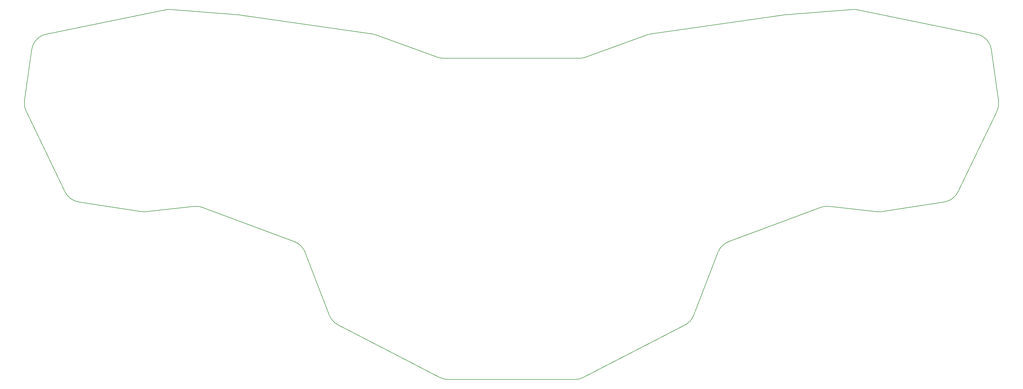
<source format=gbr>
%TF.GenerationSoftware,KiCad,Pcbnew,7.0.1-3b83917a11~172~ubuntu22.04.1*%
%TF.CreationDate,2023-04-10T14:49:45+02:00*%
%TF.ProjectId,koala-v1_ne,6b6f616c-612d-4763-915f-6e652e6b6963,v1.0.0*%
%TF.SameCoordinates,Original*%
%TF.FileFunction,Profile,NP*%
%FSLAX46Y46*%
G04 Gerber Fmt 4.6, Leading zero omitted, Abs format (unit mm)*
G04 Created by KiCad (PCBNEW 7.0.1-3b83917a11~172~ubuntu22.04.1) date 2023-04-10 14:49:45*
%MOMM*%
%LPD*%
G01*
G04 APERTURE LIST*
%TA.AperFunction,Profile*%
%ADD10C,0.150000*%
%TD*%
G04 APERTURE END LIST*
D10*
X71598944Y-147480935D02*
X51185126Y-144282994D01*
X261322427Y-160834164D02*
X253371489Y-181496827D01*
X33437704Y-111048267D02*
G75*
G03*
X33972365Y-114484325I5941584J-835097D01*
G01*
X133578334Y-181496826D02*
X125627402Y-160834159D01*
X104509358Y-82900085D02*
G75*
G03*
X104141026Y-82858755I-852371J-5934380D01*
G01*
X149070815Y-89427378D02*
G75*
G03*
X147871483Y-89126452I-2052128J-5638284D01*
G01*
X313749818Y-147515436D02*
X297871050Y-145724534D01*
X89078772Y-145724541D02*
X73200007Y-147515431D01*
X313749819Y-147515427D02*
G75*
G03*
X315350869Y-147480940I672466J5962263D01*
G01*
X169152496Y-96736530D02*
G75*
G03*
X171204616Y-97098357I2052089J5638266D01*
G01*
X250527858Y-184671594D02*
X217035848Y-201991496D01*
X335764701Y-144282980D02*
G75*
G03*
X340242998Y-140956314I-928615J5927718D01*
G01*
X40541754Y-89172274D02*
X79835890Y-81128837D01*
X282808795Y-82858759D02*
G75*
G03*
X282440465Y-82900084I484887J-5984002D01*
G01*
X104509358Y-82900083D02*
X147871483Y-89126452D01*
X214279754Y-202661964D02*
X172670074Y-202661968D01*
X352977458Y-114484326D02*
X340243006Y-140956303D01*
X215745213Y-97098340D02*
G75*
G03*
X217797331Y-96736515I73J5999875D01*
G01*
X81523603Y-81026546D02*
X104141026Y-82858754D01*
X33437672Y-111048263D02*
X35803375Y-94215345D01*
X295100241Y-146065631D02*
X264823794Y-157367804D01*
X307113929Y-81128834D02*
X346408083Y-89172272D01*
X125627432Y-160834147D02*
G75*
G03*
X122126027Y-157367808I-5599749J-2154815D01*
G01*
X239078336Y-89126449D02*
X282440465Y-82900083D01*
X133578349Y-181496820D02*
G75*
G03*
X136421975Y-184671592I5599736J2154756D01*
G01*
X335764704Y-144282996D02*
X315350880Y-147480934D01*
X307113928Y-81128838D02*
G75*
G03*
X305426227Y-81026543I-1203243J-5878225D01*
G01*
X250527853Y-184671587D02*
G75*
G03*
X253371495Y-181496816I-2756072J5329524D01*
G01*
X239078337Y-89126456D02*
G75*
G03*
X237879018Y-89427384I852848J-5939305D01*
G01*
X282808795Y-82858754D02*
X305426227Y-81026542D01*
X81523603Y-81026550D02*
G75*
G03*
X79835890Y-81128838I-484523J-5980016D01*
G01*
X149070812Y-89427385D02*
X169152501Y-96736515D01*
X214279754Y-202661983D02*
G75*
G03*
X217035844Y-201991498I-73J6000122D01*
G01*
X351146459Y-94215346D02*
G75*
G03*
X346408076Y-89172279I-5941676J-835114D01*
G01*
X40541749Y-89172250D02*
G75*
G03*
X35803374Y-94215349I1203235J-5878112D01*
G01*
X122126027Y-157367807D02*
X91849580Y-146065626D01*
X217797326Y-96736515D02*
X237879018Y-89427383D01*
X91849573Y-146065645D02*
G75*
G03*
X89078772Y-145724542I-2098392J-5621116D01*
G01*
X171204616Y-97098357D02*
X215745213Y-97098359D01*
X46706843Y-140956299D02*
G75*
G03*
X51185125Y-144282993I5406941J2601036D01*
G01*
X297871048Y-145724544D02*
G75*
G03*
X295100239Y-146065627I-672468J-5962119D01*
G01*
X71598945Y-147480929D02*
G75*
G03*
X73200007Y-147515430I928640J5927770D01*
G01*
X46706816Y-140956312D02*
X33972365Y-114484325D01*
X264823800Y-157367821D02*
G75*
G03*
X261322424Y-160834165I2098384J-5621145D01*
G01*
X351146448Y-94215347D02*
X353512155Y-111048273D01*
X169913983Y-201991487D02*
G75*
G03*
X172670074Y-202661968I2756101J5329422D01*
G01*
X169913977Y-201991499D02*
X136421975Y-184671593D01*
X352977432Y-114484313D02*
G75*
G03*
X353512155Y-111048273I-5406848J2601051D01*
G01*
M02*

</source>
